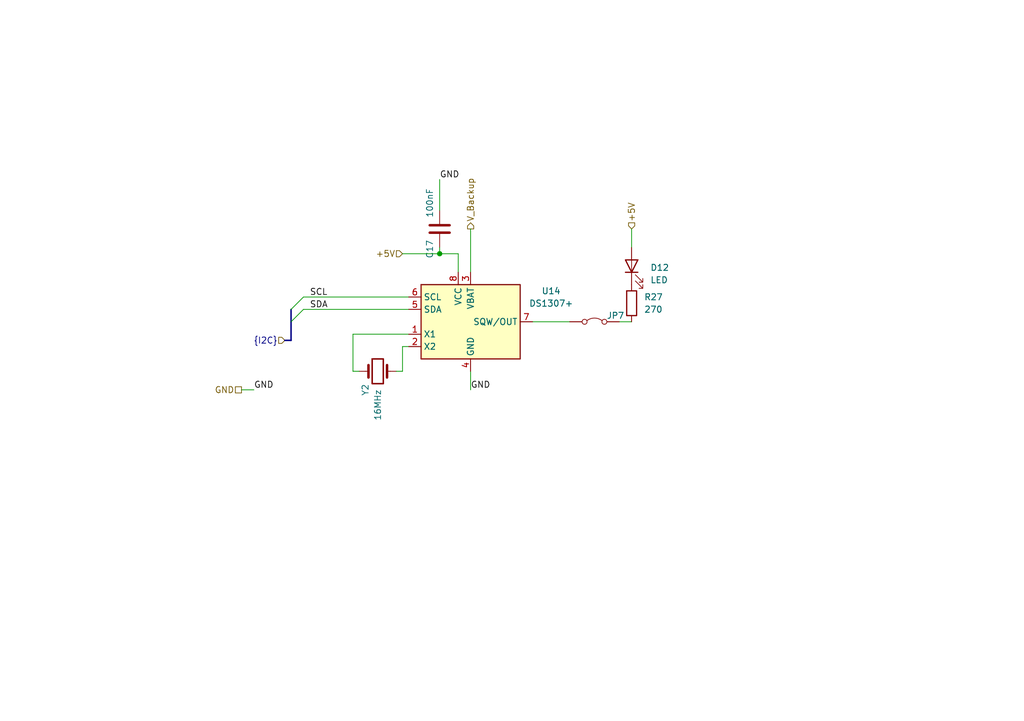
<source format=kicad_sch>
(kicad_sch (version 20231120) (generator "eeschema") (generator_version "8.0")
  (paper "A5")
  (title_block (title "RTC") (date "2024-04-17") (rev "1.0"))
  (lib_symbols
    (symbol "Device:C" (pin_numbers hide) (pin_names (offset 0.254))
      (property "Reference" "C" (at 0.635 2.54 0))
      (property "Value" "C" (at 0.635 -2.54 0))
      (symbol "C_0_1"
        (polyline (pts (xy -2.032 -0.762) (xy 2.032 -0.762)) (stroke (width 0.508)))
        (polyline (pts (xy -2.032 0.762) (xy 2.032 0.762)) (stroke (width 0.508)))
      )
      (symbol "C_1_1"
        (pin passive line (at 0 3.81 270) (length 2.794) (name "~") (number "1"))
        (pin passive line (at 0 -3.81 90) (length 2.794) (name "~") (number "2"))
      )
    )
    (symbol "Device:Crystal" (pin_numbers hide) (pin_names (offset 1.016) hide)
      (property "Reference" "Y" (at 0 3.81 0))
      (property "Value" "Crystal" (at 0 -3.81 0))
      (symbol "Crystal_0_1"
        (rectangle (start -1.143 2.54) (end 1.143 -2.54) (stroke (width 0.3048)))
        (polyline (pts (xy -2.54 0) (xy -1.905 0)))
        (polyline (pts (xy -1.905 -1.27) (xy -1.905 1.27)) (stroke (width 0.508)))
        (polyline (pts (xy 1.905 -1.27) (xy 1.905 1.27)) (stroke (width 0.508)))
        (polyline (pts (xy 2.54 0) (xy 1.905 0)))
      )
      (symbol "Crystal_1_1"
        (pin passive line (at -3.81 0 0) (length 1.27) (name "1") (number "1"))
        (pin passive line (at 3.81 0 180) (length 1.27) (name "2") (number "2"))
      )
    )
    (symbol "Device:LED" (pin_numbers hide) (pin_names (offset 1.016) hide)
      (property "Reference" "D" (at 0 2.54 0))
      (property "Value" "LED" (at 0 -2.54 0))
      (symbol "LED_0_1"
        (polyline (pts (xy -1.27 -1.27) (xy -1.27 1.27)) (stroke (width 0.254)))
        (polyline (pts (xy -1.27 0) (xy 1.27 0)))
        (polyline (pts (xy 1.27 -1.27) (xy 1.27 1.27) (xy -1.27 0) (xy 1.27 -1.27)) (stroke (width 0.254)))
        (polyline (pts (xy -3.048 -0.762) (xy -4.572 -2.286) (xy -3.81 -2.286) (xy -4.572 -2.286) (xy -4.572 -1.524)))
        (polyline (pts (xy -1.778 -0.762) (xy -3.302 -2.286) (xy -2.54 -2.286) (xy -3.302 -2.286) (xy -3.302 -1.524)))
      )
      (symbol "LED_1_1"
        (pin passive line (at -3.81 0 0) (length 2.54) (name "K") (number "1"))
        (pin passive line (at 3.81 0 180) (length 2.54) (name "A") (number "2"))
      )
    )
    (symbol "Device:R" (pin_numbers hide) (pin_names (offset 0))
      (property "Reference" "R" (at 2.032 0 90))
      (property "Value" "R" (at 0 0 90))
      (symbol "R_0_1"
        (rectangle (start -1.016 -2.54) (end 1.016 2.54) (stroke (width 0.254)))
      )
      (symbol "R_1_1"
        (pin passive line (at 0 3.81 270) (length 1.27) (name "~") (number "1"))
        (pin passive line (at 0 -3.81 90) (length 1.27) (name "~") (number "2"))
      )
    )
    (symbol "Jumper:Jumper_2_Bridged" (pin_numbers hide) (pin_names (offset 0) hide) (exclude_from_sim yes)
      (property "Reference" "JP" (at 0 1.905 0))
      (property "Value" "Jumper_2_Bridged" (at 0 -2.54 0))
      (symbol "Jumper_2_Bridged_0_0"
        (circle (center -2.032 0) (radius 0.508))
        (circle (center 2.032 0) (radius 0.508))
      )
      (symbol "Jumper_2_Bridged_0_1"
        (arc (start 1.524 0.254) (mid 0 0.762) (end -1.524 0.254))
      )
      (symbol "Jumper_2_Bridged_1_1"
        (pin passive line (at -5.08 0 0) (length 2.54) (name "A") (number "1"))
        (pin passive line (at 5.08 0 180) (length 2.54) (name "B") (number "2"))
      )
    )
    (symbol "Timer_RTC:DS1307+"
      (property "Reference" "U" (at -8.89 8.89 0))
      (property "Value" "DS1307+" (at 1.27 8.89 0))
      (symbol "DS1307+_0_1"
        (rectangle (start -10.16 7.62) (end 10.16 -7.62) (stroke (width 0.254)) (fill (type background)))
      )
      (symbol "DS1307+_1_1"
        (pin input line (at -12.7 -2.54 0) (length 2.54) (name "X1") (number "1"))
        (pin input line (at -12.7 -5.08 0) (length 2.54) (name "X2") (number "2"))
        (pin power_in line (at 0 10.16 270) (length 2.54) (name "VBAT") (number "3"))
        (pin power_in line (at 0 -10.16 90) (length 2.54) (name "GND") (number "4"))
        (pin bidirectional line (at -12.7 2.54 0) (length 2.54) (name "SDA") (number "5"))
        (pin input line (at -12.7 5.08 0) (length 2.54) (name "SCL") (number "6"))
        (pin open_collector line (at 12.7 0 180) (length 2.54) (name "SQW/OUT") (number "7"))
        (pin power_in line (at -2.54 10.16 270) (length 2.54) (name "VCC") (number "8"))
      )
    )
  )
  (junction (at 90.17 52.07))
  (bus_entry (at 62.23 63.5) (size -2.54 2.54))
  (bus_entry (at 62.23 60.96) (size -2.54 2.54))
  (bus (pts (xy 59.69 69.85) (xy 59.69 66.04)))
  (wire (pts (xy 83.82 71.12) (xy 82.55 71.12)))
  (wire (pts (xy 96.52 76.2) (xy 96.52 80.01)))
  (wire (pts (xy 72.39 68.58) (xy 83.82 68.58)))
  (wire (pts (xy 127 66.04) (xy 129.54 66.04)))
  (bus (pts (xy 58.42 69.85) (xy 59.69 69.85)))
  (wire (pts (xy 90.17 50.8) (xy 90.17 52.07)))
  (wire (pts (xy 72.39 76.2) (xy 72.39 68.58)))
  (wire (pts (xy 90.17 36.83) (xy 90.17 43.18)))
  (wire (pts (xy 62.23 60.96) (xy 83.82 60.96)))
  (wire (pts (xy 82.55 71.12) (xy 82.55 76.2)))
  (wire (pts (xy 49.53 80.01) (xy 52.07 80.01)))
  (wire (pts (xy 93.98 52.07) (xy 93.98 55.88)))
  (wire (pts (xy 129.54 46.99) (xy 129.54 50.8)))
  (wire (pts (xy 96.52 46.99) (xy 96.52 55.88)))
  (wire (pts (xy 109.22 66.04) (xy 116.84 66.04)))
  (wire (pts (xy 73.66 76.2) (xy 72.39 76.2)))
  (bus (pts (xy 59.69 66.04) (xy 59.69 63.5)))
  (wire (pts (xy 62.23 63.5) (xy 83.82 63.5)))
  (wire (pts (xy 81.28 76.2) (xy 82.55 76.2)))
  (wire (pts (xy 82.55 52.07) (xy 90.17 52.07)))
  (wire (pts (xy 90.17 52.07) (xy 93.98 52.07)))
  (label "SCL" (at 63.5 60.96 0))
  (label "GND" (at 96.52 80.01 0))
  (label "SDA" (at 63.5 63.5 0))
  (label "GND" (at 52.07 80.01 0))
  (label "GND" (at 90.17 36.83 0))
  (hierarchical_label "GND" (shape passive) (at 49.53 80.01 180))
  (hierarchical_label "+5V" (shape input) (at 129.54 46.99 90))
  (hierarchical_label "+5V" (shape input) (at 82.55 52.07 180))
  (hierarchical_label "{I2C}" (shape input) (at 58.42 69.85 180))
  (hierarchical_label "V_Backup" (shape output) (at 96.52 46.99 90))
  (symbol (lib_id "Jumper:Jumper_2_Bridged") (at 121.92 66.04 0) (unit 1) (exclude_from_sim yes)
    (property "Reference" "JP7" (at 126.238 64.77 0))
    (property "Value" "Jumper" (effects (hide yes)))
    (property "Footprint" "Connector_PinHeader_2.54mm:PinHeader_1x02_P2.54mm_Vertical" (effects (hide yes)))
    (property "Description" "Jumper, 2-pole, closed/bridged" (effects (hide yes)))
  )
  (symbol (lib_id "Device:C") (at 90.17 46.99 0) (unit 1)
    (property "Reference" "C17" (at 88.138 53.086 90) (effects (justify left)))
    (property "Value" "100nF" (at 88.138 44.704 90) (effects (justify left)))
    (property "Footprint" "Capacitor_THT:C_Radial_D5.0mm_H11.0mm_P2.00mm" (effects (hide yes)))
  )
  (symbol (lib_id "Timer_RTC:DS1307+") (at 96.52 66.04 0) (unit 1)
    (property "Reference" "U14" (at 113.03 59.7214 0))
    (property "Value" "DS1307+" (at 113.03 62.2614 0))
    (property "Footprint" "Package_DIP:DIP-8_W7.62mm" (effects (hide yes)))
    (property "Datasheet" "https://datasheets.maximintegrated.com/en/ds/DS1307.pdf" (effects (hide yes)))
    (property "Description" "64 x 8, Serial, I2C Real-time clock, 4.5V to 5.5V VCC, 0°C to +70°C, DIP-8" (effects (hide yes)))
  )
  (symbol (lib_id "Device:LED") (at 129.54 54.61 90) (unit 1)
    (property "Reference" "D12" (at 133.35 54.9275 90) (effects (justify right)))
    (property "Value" "LED" (at 133.35 57.4675 90) (effects (justify right)))
    (property "Footprint" "LED_THT:LED_D3.0mm" (effects (hide yes)))
  )
  (symbol (lib_id "Device:Crystal") (at 77.47 76.2 180) (unit 1) (exclude_from_sim yes)
    (property "Reference" "Y2" (at 74.93 81.28 90) (effects (justify right)))
    (property "Value" "16MHz" (at 77.47 86.36 90) (effects (justify right)))
    (property "Footprint" "Crystal:Crystal_AT310_D3.0mm_L10.0mm_Horizontal" (effects (hide yes)))
  )
  (symbol (lib_id "Device:R") (at 129.54 62.23 0) (unit 1)
    (property "Reference" "R27" (at 132.08 60.96 0) (effects (justify left)))
    (property "Value" "270" (at 132.08 63.5 0) (effects (justify left)))
    (property "Footprint" "Resistor_THT:R_Axial_DIN0207_L6.3mm_D2.5mm_P7.62mm_Horizontal" (effects (hide yes)))
  )
)
</source>
